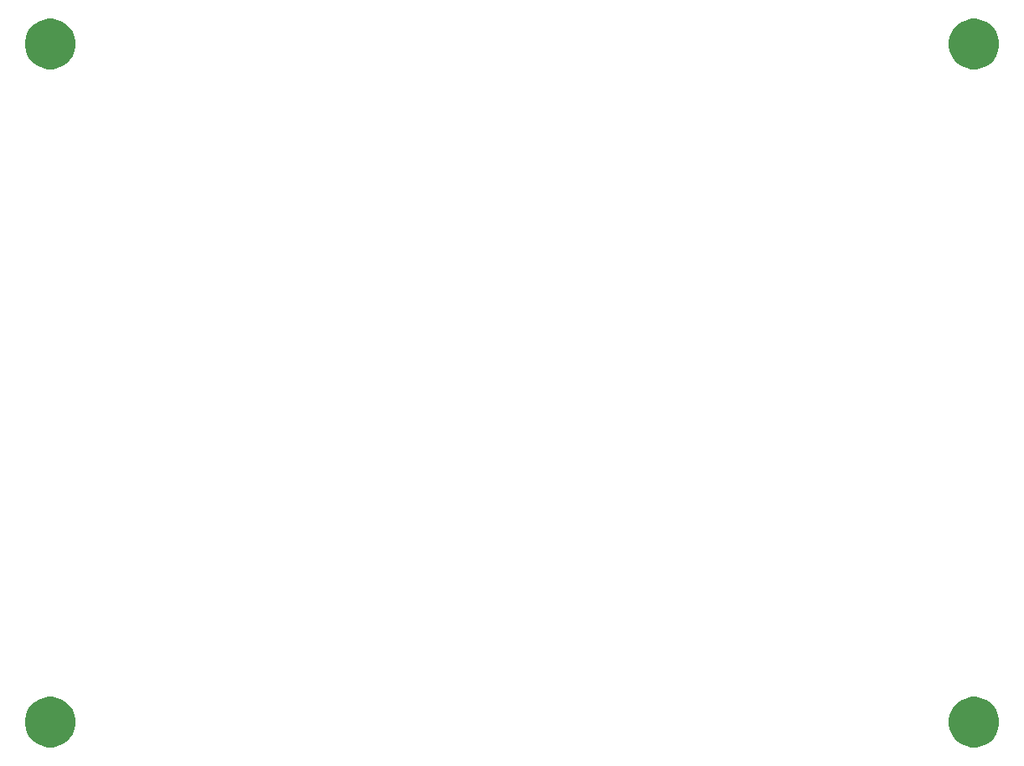
<source format=gts>
G04 #@! TF.GenerationSoftware,KiCad,Pcbnew,(5.1.5)-3*
G04 #@! TF.CreationDate,2020-11-24T03:15:57+01:00*
G04 #@! TF.ProjectId,C64 Joykey Faceplate,43363420-4a6f-4796-9b65-792046616365,rev?*
G04 #@! TF.SameCoordinates,Original*
G04 #@! TF.FileFunction,Soldermask,Top*
G04 #@! TF.FilePolarity,Negative*
%FSLAX46Y46*%
G04 Gerber Fmt 4.6, Leading zero omitted, Abs format (unit mm)*
G04 Created by KiCad (PCBNEW (5.1.5)-3) date 2020-11-24 03:15:57*
%MOMM*%
%LPD*%
G04 APERTURE LIST*
%ADD10C,0.100000*%
G04 APERTURE END LIST*
D10*
G36*
X237987480Y-151803998D02*
G01*
X238233807Y-151852995D01*
X238697878Y-152045220D01*
X239115530Y-152324286D01*
X239470714Y-152679470D01*
X239749780Y-153097122D01*
X239942005Y-153561193D01*
X240040000Y-154053847D01*
X240040000Y-154556153D01*
X239942005Y-155048807D01*
X239749780Y-155512878D01*
X239470714Y-155930530D01*
X239115530Y-156285714D01*
X238697878Y-156564780D01*
X238233807Y-156757005D01*
X237987480Y-156806003D01*
X237741154Y-156855000D01*
X237238846Y-156855000D01*
X236992520Y-156806003D01*
X236746193Y-156757005D01*
X236282122Y-156564780D01*
X235864470Y-156285714D01*
X235509286Y-155930530D01*
X235230220Y-155512878D01*
X235037995Y-155048807D01*
X234940000Y-154556153D01*
X234940000Y-154053847D01*
X235037995Y-153561193D01*
X235230220Y-153097122D01*
X235509286Y-152679470D01*
X235864470Y-152324286D01*
X236282122Y-152045220D01*
X236746193Y-151852995D01*
X236992520Y-151803998D01*
X237238846Y-151755000D01*
X237741154Y-151755000D01*
X237987480Y-151803998D01*
G37*
G36*
X144642480Y-151803998D02*
G01*
X144888807Y-151852995D01*
X145352878Y-152045220D01*
X145770530Y-152324286D01*
X146125714Y-152679470D01*
X146404780Y-153097122D01*
X146597005Y-153561193D01*
X146695000Y-154053847D01*
X146695000Y-154556153D01*
X146597005Y-155048807D01*
X146404780Y-155512878D01*
X146125714Y-155930530D01*
X145770530Y-156285714D01*
X145352878Y-156564780D01*
X144888807Y-156757005D01*
X144642480Y-156806003D01*
X144396154Y-156855000D01*
X143893846Y-156855000D01*
X143647520Y-156806003D01*
X143401193Y-156757005D01*
X142937122Y-156564780D01*
X142519470Y-156285714D01*
X142164286Y-155930530D01*
X141885220Y-155512878D01*
X141692995Y-155048807D01*
X141595000Y-154556153D01*
X141595000Y-154053847D01*
X141692995Y-153561193D01*
X141885220Y-153097122D01*
X142164286Y-152679470D01*
X142519470Y-152324286D01*
X142937122Y-152045220D01*
X143401193Y-151852995D01*
X143647520Y-151803998D01*
X143893846Y-151755000D01*
X144396154Y-151755000D01*
X144642480Y-151803998D01*
G37*
G36*
X237987480Y-83223998D02*
G01*
X238233807Y-83272995D01*
X238697878Y-83465220D01*
X239115530Y-83744286D01*
X239470714Y-84099470D01*
X239749780Y-84517122D01*
X239942005Y-84981193D01*
X240040000Y-85473847D01*
X240040000Y-85976153D01*
X239942005Y-86468807D01*
X239749780Y-86932878D01*
X239470714Y-87350530D01*
X239115530Y-87705714D01*
X238697878Y-87984780D01*
X238233807Y-88177005D01*
X237987480Y-88226002D01*
X237741154Y-88275000D01*
X237238846Y-88275000D01*
X236992520Y-88226003D01*
X236746193Y-88177005D01*
X236282122Y-87984780D01*
X235864470Y-87705714D01*
X235509286Y-87350530D01*
X235230220Y-86932878D01*
X235037995Y-86468807D01*
X234940000Y-85976153D01*
X234940000Y-85473847D01*
X235037995Y-84981193D01*
X235230220Y-84517122D01*
X235509286Y-84099470D01*
X235864470Y-83744286D01*
X236282122Y-83465220D01*
X236746193Y-83272995D01*
X236992520Y-83223998D01*
X237238846Y-83175000D01*
X237741154Y-83175000D01*
X237987480Y-83223998D01*
G37*
G36*
X144642480Y-83223998D02*
G01*
X144888807Y-83272995D01*
X145352878Y-83465220D01*
X145770530Y-83744286D01*
X146125714Y-84099470D01*
X146404780Y-84517122D01*
X146597005Y-84981193D01*
X146695000Y-85473847D01*
X146695000Y-85976153D01*
X146597005Y-86468807D01*
X146404780Y-86932878D01*
X146125714Y-87350530D01*
X145770530Y-87705714D01*
X145352878Y-87984780D01*
X144888807Y-88177005D01*
X144642480Y-88226002D01*
X144396154Y-88275000D01*
X143893846Y-88275000D01*
X143647520Y-88226003D01*
X143401193Y-88177005D01*
X142937122Y-87984780D01*
X142519470Y-87705714D01*
X142164286Y-87350530D01*
X141885220Y-86932878D01*
X141692995Y-86468807D01*
X141595000Y-85976153D01*
X141595000Y-85473847D01*
X141692995Y-84981193D01*
X141885220Y-84517122D01*
X142164286Y-84099470D01*
X142519470Y-83744286D01*
X142937122Y-83465220D01*
X143401193Y-83272995D01*
X143647520Y-83223998D01*
X143893846Y-83175000D01*
X144396154Y-83175000D01*
X144642480Y-83223998D01*
G37*
M02*

</source>
